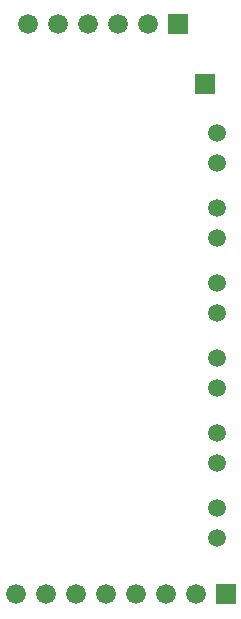
<source format=gbs>
G04 #@! TF.FileFunction,Soldermask,Bot*
%FSLAX46Y46*%
G04 Gerber Fmt 4.6, Leading zero omitted, Abs format (unit mm)*
G04 Created by KiCad (PCBNEW (2014-11-02 BZR 5250)-product) date 05/11/2014 09:55:45*
%MOMM*%
G01*
G04 APERTURE LIST*
%ADD10C,0.100000*%
%ADD11R,1.676400X1.676400*%
%ADD12C,1.676400*%
%ADD13C,1.500000*%
G04 APERTURE END LIST*
D10*
D11*
X127000000Y-127000000D03*
D12*
X124460000Y-127000000D03*
X121920000Y-127000000D03*
X119380000Y-127000000D03*
X116840000Y-127000000D03*
X114300000Y-127000000D03*
D13*
X130302000Y-170497500D03*
X130302000Y-167957500D03*
X130302000Y-164147500D03*
X130302000Y-161607500D03*
X130302000Y-157797500D03*
X130302000Y-155257500D03*
X130302000Y-151447500D03*
X130302000Y-148907500D03*
X130302000Y-145097500D03*
X130302000Y-142557500D03*
X130302000Y-138747500D03*
X130302000Y-136207500D03*
D11*
X129286000Y-132080000D03*
X131064000Y-175260000D03*
D12*
X128524000Y-175260000D03*
X125984000Y-175260000D03*
X123444000Y-175260000D03*
X120904000Y-175260000D03*
X118364000Y-175260000D03*
X115824000Y-175260000D03*
X113284000Y-175260000D03*
M02*

</source>
